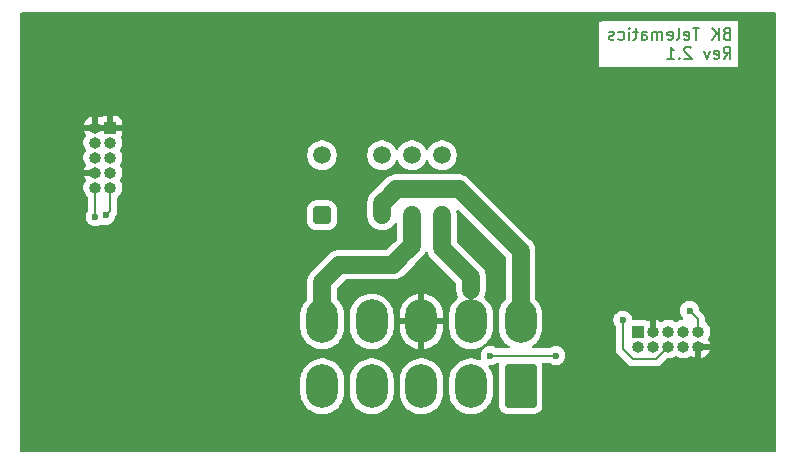
<source format=gbr>
%TF.GenerationSoftware,KiCad,Pcbnew,9.0.3*%
%TF.CreationDate,2025-07-22T11:40:28+03:00*%
%TF.ProjectId,mini_board_relay_analog,6d696e69-5f62-46f6-9172-645f72656c61,rev?*%
%TF.SameCoordinates,Original*%
%TF.FileFunction,Copper,L2,Bot*%
%TF.FilePolarity,Positive*%
%FSLAX46Y46*%
G04 Gerber Fmt 4.6, Leading zero omitted, Abs format (unit mm)*
G04 Created by KiCad (PCBNEW 9.0.3) date 2025-07-22 11:40:28*
%MOMM*%
%LPD*%
G01*
G04 APERTURE LIST*
G04 Aperture macros list*
%AMRoundRect*
0 Rectangle with rounded corners*
0 $1 Rounding radius*
0 $2 $3 $4 $5 $6 $7 $8 $9 X,Y pos of 4 corners*
0 Add a 4 corners polygon primitive as box body*
4,1,4,$2,$3,$4,$5,$6,$7,$8,$9,$2,$3,0*
0 Add four circle primitives for the rounded corners*
1,1,$1+$1,$2,$3*
1,1,$1+$1,$4,$5*
1,1,$1+$1,$6,$7*
1,1,$1+$1,$8,$9*
0 Add four rect primitives between the rounded corners*
20,1,$1+$1,$2,$3,$4,$5,0*
20,1,$1+$1,$4,$5,$6,$7,0*
20,1,$1+$1,$6,$7,$8,$9,0*
20,1,$1+$1,$8,$9,$2,$3,0*%
G04 Aperture macros list end*
%ADD10C,0.150000*%
%TA.AperFunction,NonConductor*%
%ADD11C,0.150000*%
%TD*%
%TA.AperFunction,ComponentPad*%
%ADD12R,1.000000X1.000000*%
%TD*%
%TA.AperFunction,ComponentPad*%
%ADD13O,1.000000X1.000000*%
%TD*%
%TA.AperFunction,ComponentPad*%
%ADD14RoundRect,0.250500X0.499500X-0.499500X0.499500X0.499500X-0.499500X0.499500X-0.499500X-0.499500X0*%
%TD*%
%TA.AperFunction,ComponentPad*%
%ADD15C,1.500000*%
%TD*%
%TA.AperFunction,ComponentPad*%
%ADD16RoundRect,0.250001X1.099999X1.599999X-1.099999X1.599999X-1.099999X-1.599999X1.099999X-1.599999X0*%
%TD*%
%TA.AperFunction,ComponentPad*%
%ADD17O,2.700000X3.700000*%
%TD*%
%TA.AperFunction,ViaPad*%
%ADD18C,0.600000*%
%TD*%
%TA.AperFunction,Conductor*%
%ADD19C,1.500000*%
%TD*%
%TA.AperFunction,Conductor*%
%ADD20C,0.200000*%
%TD*%
G04 APERTURE END LIST*
D10*
D11*
X154859887Y-87936065D02*
X154717030Y-87983684D01*
X154717030Y-87983684D02*
X154669411Y-88031303D01*
X154669411Y-88031303D02*
X154621792Y-88126541D01*
X154621792Y-88126541D02*
X154621792Y-88269398D01*
X154621792Y-88269398D02*
X154669411Y-88364636D01*
X154669411Y-88364636D02*
X154717030Y-88412256D01*
X154717030Y-88412256D02*
X154812268Y-88459875D01*
X154812268Y-88459875D02*
X155193220Y-88459875D01*
X155193220Y-88459875D02*
X155193220Y-87459875D01*
X155193220Y-87459875D02*
X154859887Y-87459875D01*
X154859887Y-87459875D02*
X154764649Y-87507494D01*
X154764649Y-87507494D02*
X154717030Y-87555113D01*
X154717030Y-87555113D02*
X154669411Y-87650351D01*
X154669411Y-87650351D02*
X154669411Y-87745589D01*
X154669411Y-87745589D02*
X154717030Y-87840827D01*
X154717030Y-87840827D02*
X154764649Y-87888446D01*
X154764649Y-87888446D02*
X154859887Y-87936065D01*
X154859887Y-87936065D02*
X155193220Y-87936065D01*
X154193220Y-88459875D02*
X154193220Y-87459875D01*
X153621792Y-88459875D02*
X154050363Y-87888446D01*
X153621792Y-87459875D02*
X154193220Y-88031303D01*
X152574172Y-87459875D02*
X152002744Y-87459875D01*
X152288458Y-88459875D02*
X152288458Y-87459875D01*
X151288458Y-88412256D02*
X151383696Y-88459875D01*
X151383696Y-88459875D02*
X151574172Y-88459875D01*
X151574172Y-88459875D02*
X151669410Y-88412256D01*
X151669410Y-88412256D02*
X151717029Y-88317017D01*
X151717029Y-88317017D02*
X151717029Y-87936065D01*
X151717029Y-87936065D02*
X151669410Y-87840827D01*
X151669410Y-87840827D02*
X151574172Y-87793208D01*
X151574172Y-87793208D02*
X151383696Y-87793208D01*
X151383696Y-87793208D02*
X151288458Y-87840827D01*
X151288458Y-87840827D02*
X151240839Y-87936065D01*
X151240839Y-87936065D02*
X151240839Y-88031303D01*
X151240839Y-88031303D02*
X151717029Y-88126541D01*
X150669410Y-88459875D02*
X150764648Y-88412256D01*
X150764648Y-88412256D02*
X150812267Y-88317017D01*
X150812267Y-88317017D02*
X150812267Y-87459875D01*
X149907505Y-88412256D02*
X150002743Y-88459875D01*
X150002743Y-88459875D02*
X150193219Y-88459875D01*
X150193219Y-88459875D02*
X150288457Y-88412256D01*
X150288457Y-88412256D02*
X150336076Y-88317017D01*
X150336076Y-88317017D02*
X150336076Y-87936065D01*
X150336076Y-87936065D02*
X150288457Y-87840827D01*
X150288457Y-87840827D02*
X150193219Y-87793208D01*
X150193219Y-87793208D02*
X150002743Y-87793208D01*
X150002743Y-87793208D02*
X149907505Y-87840827D01*
X149907505Y-87840827D02*
X149859886Y-87936065D01*
X149859886Y-87936065D02*
X149859886Y-88031303D01*
X149859886Y-88031303D02*
X150336076Y-88126541D01*
X149431314Y-88459875D02*
X149431314Y-87793208D01*
X149431314Y-87888446D02*
X149383695Y-87840827D01*
X149383695Y-87840827D02*
X149288457Y-87793208D01*
X149288457Y-87793208D02*
X149145600Y-87793208D01*
X149145600Y-87793208D02*
X149050362Y-87840827D01*
X149050362Y-87840827D02*
X149002743Y-87936065D01*
X149002743Y-87936065D02*
X149002743Y-88459875D01*
X149002743Y-87936065D02*
X148955124Y-87840827D01*
X148955124Y-87840827D02*
X148859886Y-87793208D01*
X148859886Y-87793208D02*
X148717029Y-87793208D01*
X148717029Y-87793208D02*
X148621790Y-87840827D01*
X148621790Y-87840827D02*
X148574171Y-87936065D01*
X148574171Y-87936065D02*
X148574171Y-88459875D01*
X147669410Y-88459875D02*
X147669410Y-87936065D01*
X147669410Y-87936065D02*
X147717029Y-87840827D01*
X147717029Y-87840827D02*
X147812267Y-87793208D01*
X147812267Y-87793208D02*
X148002743Y-87793208D01*
X148002743Y-87793208D02*
X148097981Y-87840827D01*
X147669410Y-88412256D02*
X147764648Y-88459875D01*
X147764648Y-88459875D02*
X148002743Y-88459875D01*
X148002743Y-88459875D02*
X148097981Y-88412256D01*
X148097981Y-88412256D02*
X148145600Y-88317017D01*
X148145600Y-88317017D02*
X148145600Y-88221779D01*
X148145600Y-88221779D02*
X148097981Y-88126541D01*
X148097981Y-88126541D02*
X148002743Y-88078922D01*
X148002743Y-88078922D02*
X147764648Y-88078922D01*
X147764648Y-88078922D02*
X147669410Y-88031303D01*
X147336076Y-87793208D02*
X146955124Y-87793208D01*
X147193219Y-87459875D02*
X147193219Y-88317017D01*
X147193219Y-88317017D02*
X147145600Y-88412256D01*
X147145600Y-88412256D02*
X147050362Y-88459875D01*
X147050362Y-88459875D02*
X146955124Y-88459875D01*
X146621790Y-88459875D02*
X146621790Y-87793208D01*
X146621790Y-87459875D02*
X146669409Y-87507494D01*
X146669409Y-87507494D02*
X146621790Y-87555113D01*
X146621790Y-87555113D02*
X146574171Y-87507494D01*
X146574171Y-87507494D02*
X146621790Y-87459875D01*
X146621790Y-87459875D02*
X146621790Y-87555113D01*
X145717029Y-88412256D02*
X145812267Y-88459875D01*
X145812267Y-88459875D02*
X146002743Y-88459875D01*
X146002743Y-88459875D02*
X146097981Y-88412256D01*
X146097981Y-88412256D02*
X146145600Y-88364636D01*
X146145600Y-88364636D02*
X146193219Y-88269398D01*
X146193219Y-88269398D02*
X146193219Y-87983684D01*
X146193219Y-87983684D02*
X146145600Y-87888446D01*
X146145600Y-87888446D02*
X146097981Y-87840827D01*
X146097981Y-87840827D02*
X146002743Y-87793208D01*
X146002743Y-87793208D02*
X145812267Y-87793208D01*
X145812267Y-87793208D02*
X145717029Y-87840827D01*
X145336076Y-88412256D02*
X145240838Y-88459875D01*
X145240838Y-88459875D02*
X145050362Y-88459875D01*
X145050362Y-88459875D02*
X144955124Y-88412256D01*
X144955124Y-88412256D02*
X144907505Y-88317017D01*
X144907505Y-88317017D02*
X144907505Y-88269398D01*
X144907505Y-88269398D02*
X144955124Y-88174160D01*
X144955124Y-88174160D02*
X145050362Y-88126541D01*
X145050362Y-88126541D02*
X145193219Y-88126541D01*
X145193219Y-88126541D02*
X145288457Y-88078922D01*
X145288457Y-88078922D02*
X145336076Y-87983684D01*
X145336076Y-87983684D02*
X145336076Y-87936065D01*
X145336076Y-87936065D02*
X145288457Y-87840827D01*
X145288457Y-87840827D02*
X145193219Y-87793208D01*
X145193219Y-87793208D02*
X145050362Y-87793208D01*
X145050362Y-87793208D02*
X144955124Y-87840827D01*
X154621792Y-90069819D02*
X154955125Y-89593628D01*
X155193220Y-90069819D02*
X155193220Y-89069819D01*
X155193220Y-89069819D02*
X154812268Y-89069819D01*
X154812268Y-89069819D02*
X154717030Y-89117438D01*
X154717030Y-89117438D02*
X154669411Y-89165057D01*
X154669411Y-89165057D02*
X154621792Y-89260295D01*
X154621792Y-89260295D02*
X154621792Y-89403152D01*
X154621792Y-89403152D02*
X154669411Y-89498390D01*
X154669411Y-89498390D02*
X154717030Y-89546009D01*
X154717030Y-89546009D02*
X154812268Y-89593628D01*
X154812268Y-89593628D02*
X155193220Y-89593628D01*
X153812268Y-90022200D02*
X153907506Y-90069819D01*
X153907506Y-90069819D02*
X154097982Y-90069819D01*
X154097982Y-90069819D02*
X154193220Y-90022200D01*
X154193220Y-90022200D02*
X154240839Y-89926961D01*
X154240839Y-89926961D02*
X154240839Y-89546009D01*
X154240839Y-89546009D02*
X154193220Y-89450771D01*
X154193220Y-89450771D02*
X154097982Y-89403152D01*
X154097982Y-89403152D02*
X153907506Y-89403152D01*
X153907506Y-89403152D02*
X153812268Y-89450771D01*
X153812268Y-89450771D02*
X153764649Y-89546009D01*
X153764649Y-89546009D02*
X153764649Y-89641247D01*
X153764649Y-89641247D02*
X154240839Y-89736485D01*
X153431315Y-89403152D02*
X153193220Y-90069819D01*
X153193220Y-90069819D02*
X152955125Y-89403152D01*
X151859886Y-89165057D02*
X151812267Y-89117438D01*
X151812267Y-89117438D02*
X151717029Y-89069819D01*
X151717029Y-89069819D02*
X151478934Y-89069819D01*
X151478934Y-89069819D02*
X151383696Y-89117438D01*
X151383696Y-89117438D02*
X151336077Y-89165057D01*
X151336077Y-89165057D02*
X151288458Y-89260295D01*
X151288458Y-89260295D02*
X151288458Y-89355533D01*
X151288458Y-89355533D02*
X151336077Y-89498390D01*
X151336077Y-89498390D02*
X151907505Y-90069819D01*
X151907505Y-90069819D02*
X151288458Y-90069819D01*
X150859886Y-89974580D02*
X150812267Y-90022200D01*
X150812267Y-90022200D02*
X150859886Y-90069819D01*
X150859886Y-90069819D02*
X150907505Y-90022200D01*
X150907505Y-90022200D02*
X150859886Y-89974580D01*
X150859886Y-89974580D02*
X150859886Y-90069819D01*
X149859887Y-90069819D02*
X150431315Y-90069819D01*
X150145601Y-90069819D02*
X150145601Y-89069819D01*
X150145601Y-89069819D02*
X150240839Y-89212676D01*
X150240839Y-89212676D02*
X150336077Y-89307914D01*
X150336077Y-89307914D02*
X150431315Y-89355533D01*
D12*
%TO.P,J2,1,Pin_1*%
%TO.N,GND*%
X102694000Y-95908000D03*
D13*
%TO.P,J2,2,Pin_2*%
X101424000Y-95908000D03*
%TO.P,J2,3,Pin_3*%
%TO.N,/AD0{slash}PA17*%
X102694000Y-97178000D03*
%TO.P,J2,4,Pin_4*%
%TO.N,EXT_PWR*%
X101424000Y-97178000D03*
%TO.P,J2,5,Pin_5*%
%TO.N,/PA16*%
X102694000Y-98448000D03*
%TO.P,J2,6,Pin_6*%
%TO.N,VSYS*%
X101424000Y-98448000D03*
%TO.P,J2,7,Pin_7*%
%TO.N,/PA15*%
X102694000Y-99718000D03*
%TO.P,J2,8,Pin_8*%
%TO.N,GND*%
X101424000Y-99718000D03*
%TO.P,J2,9,Pin_9*%
%TO.N,/PB3{slash}UTXD1*%
X102694000Y-100988000D03*
%TO.P,J2,10,Pin_10*%
%TO.N,/PB2{slash}URXD1*%
X101424000Y-100988000D03*
%TD*%
D14*
%TO.P,U2,1*%
%TO.N,VSYS*%
X120620000Y-103320000D03*
D15*
%TO.P,U2,3*%
%TO.N,/NC2*%
X125700000Y-103320000D03*
%TO.P,U2,4*%
%TO.N,/COM2*%
X128240000Y-103320000D03*
%TO.P,U2,5*%
%TO.N,/NO2*%
X130780000Y-103320000D03*
%TO.P,U2,8*%
%TO.N,/NO1*%
X130780000Y-98240000D03*
%TO.P,U2,9*%
%TO.N,/COM1*%
X128240000Y-98240000D03*
%TO.P,U2,10*%
%TO.N,/NC1*%
X125700000Y-98240000D03*
%TO.P,U2,12*%
%TO.N,Net-(D2-A)*%
X120620000Y-98240000D03*
%TD*%
D16*
%TO.P,J3,1,Pin_1*%
%TO.N,/ANALOG1*%
X137435000Y-117800000D03*
D17*
%TO.P,J3,2,Pin_2*%
%TO.N,/ANALOG2*%
X133235000Y-117800000D03*
%TO.P,J3,3,Pin_3*%
%TO.N,+3.3V_OUT*%
X129035000Y-117800000D03*
%TO.P,J3,4,Pin_4*%
%TO.N,/RX*%
X124835000Y-117800000D03*
%TO.P,J3,5,Pin_5*%
%TO.N,/ANALOG3*%
X120635000Y-117800000D03*
%TO.P,J3,6,Pin_6*%
%TO.N,/NC2*%
X137435000Y-112300000D03*
%TO.P,J3,7,Pin_7*%
%TO.N,/NO2*%
X133235000Y-112300000D03*
%TO.P,J3,8,Pin_8*%
%TO.N,GND*%
X129035000Y-112300000D03*
%TO.P,J3,9,Pin_9*%
%TO.N,/TX*%
X124835000Y-112300000D03*
%TO.P,J3,10,Pin_10*%
%TO.N,/COM2*%
X120635000Y-112300000D03*
%TD*%
D12*
%TO.P,J1,1,Pin_1*%
%TO.N,/ERASE*%
X147399000Y-113180000D03*
D13*
%TO.P,J1,2,Pin_2*%
%TO.N,+3.3V*%
X147399000Y-114450000D03*
%TO.P,J1,3,Pin_3*%
%TO.N,GND*%
X148669000Y-113180000D03*
%TO.P,J1,4,Pin_4*%
%TO.N,unconnected-(J1-Pin_4-Pad4)*%
X148669000Y-114450000D03*
%TO.P,J1,5,Pin_5*%
%TO.N,unconnected-(J1-Pin_5-Pad5)*%
X149939000Y-113180000D03*
%TO.P,J1,6,Pin_6*%
%TO.N,/AD3{slash}PA20*%
X149939000Y-114450000D03*
%TO.P,J1,7,Pin_7*%
%TO.N,/AD2{slash}PA19*%
X151209000Y-113180000D03*
%TO.P,J1,8,Pin_8*%
%TO.N,+3.3V*%
X151209000Y-114450000D03*
%TO.P,J1,9,Pin_9*%
%TO.N,/AD1{slash}PA18*%
X152479000Y-113180000D03*
%TO.P,J1,10,Pin_10*%
%TO.N,GND*%
X152479000Y-114450000D03*
%TD*%
D18*
%TO.N,/NC2*%
X137435000Y-108860000D03*
X137435000Y-106520000D03*
X133630000Y-102560000D03*
X131130000Y-101120000D03*
X128250000Y-101120000D03*
X126250000Y-101760000D03*
X135655000Y-104585000D03*
%TO.N,/NO2*%
X133235000Y-109640000D03*
X132045000Y-107355000D03*
X130780000Y-105180000D03*
%TO.N,/COM2*%
X120635000Y-110140000D03*
X121400000Y-108200000D03*
X125360000Y-107560000D03*
X127505000Y-106645000D03*
X128240000Y-104480000D03*
%TO.N,GND*%
X134874000Y-87122000D03*
X129000000Y-94250000D03*
X146750000Y-100000000D03*
X127500000Y-95750000D03*
X115360000Y-104580000D03*
X112750000Y-106750000D03*
X133096000Y-122682000D03*
X153416000Y-122682000D03*
X152000000Y-119500000D03*
X139954000Y-87122000D03*
X112776000Y-122682000D03*
X106940000Y-90500000D03*
X147960000Y-92620000D03*
X157988000Y-89408000D03*
X155956000Y-122682000D03*
X117856000Y-122682000D03*
X119640000Y-90500000D03*
X149690000Y-94620000D03*
X105750000Y-110000000D03*
X150500000Y-91500000D03*
X145570000Y-97930000D03*
X101860000Y-90500000D03*
X114554000Y-87122000D03*
X144750000Y-118250000D03*
X112020000Y-90500000D03*
X125500000Y-95750000D03*
X149830000Y-105950000D03*
X96266000Y-119380000D03*
X119634000Y-87122000D03*
X124720000Y-90500000D03*
X153500000Y-106500000D03*
X145796000Y-122682000D03*
X96266000Y-116840000D03*
X98500000Y-115420000D03*
X110000000Y-99000000D03*
X122936000Y-122682000D03*
X142580000Y-114170000D03*
X142140000Y-115990000D03*
X139960000Y-90500000D03*
X152000000Y-116500000D03*
X109250000Y-94250000D03*
X96266000Y-109220000D03*
X101750000Y-120750000D03*
X114000000Y-116750000D03*
X116500000Y-94250000D03*
X110236000Y-122682000D03*
X125476000Y-122682000D03*
X157988000Y-112268000D03*
X103250000Y-106500000D03*
X157988000Y-109728000D03*
X115316000Y-122682000D03*
X137420000Y-90500000D03*
X96266000Y-101600000D03*
X132250000Y-94250000D03*
X114560000Y-90500000D03*
X134000000Y-95750000D03*
X96266000Y-88900000D03*
X143256000Y-122682000D03*
X117750000Y-95750000D03*
X153500000Y-109000000D03*
X122500000Y-94250000D03*
X109250000Y-113000000D03*
X138500000Y-94250000D03*
X132334000Y-87122000D03*
X129800000Y-90500000D03*
X138750000Y-95750000D03*
X157988000Y-104648000D03*
X101500000Y-115920000D03*
X116500000Y-115500000D03*
X135636000Y-122682000D03*
X140250000Y-117750000D03*
X116500000Y-119000000D03*
X101500000Y-110840000D03*
X132340000Y-90500000D03*
X142450000Y-122110000D03*
X153260000Y-99990000D03*
X107750000Y-95750000D03*
X150790000Y-107940000D03*
X116030000Y-97690000D03*
X110000000Y-101000000D03*
X100330000Y-122682000D03*
X101500000Y-118460000D03*
X114500000Y-113000000D03*
X157988000Y-122428000D03*
X130556000Y-122682000D03*
X142494000Y-87122000D03*
X131500000Y-95750000D03*
X125000000Y-94250000D03*
X129794000Y-87122000D03*
X99314000Y-87122000D03*
X117100000Y-90500000D03*
X96266000Y-121920000D03*
X111500000Y-113000000D03*
X96266000Y-96520000D03*
X112190000Y-99170000D03*
X96266000Y-114300000D03*
X133620000Y-100110000D03*
X129500000Y-95750000D03*
X127254000Y-87122000D03*
X157988000Y-97028000D03*
X97790000Y-122682000D03*
X110750000Y-95750000D03*
X114030000Y-99500000D03*
X122750000Y-99750000D03*
X120500000Y-95750000D03*
X157734000Y-87122000D03*
X147200000Y-121300000D03*
X144250000Y-100000000D03*
X120396000Y-122682000D03*
X114000000Y-115500000D03*
X109474000Y-87122000D03*
X157988000Y-94488000D03*
X153250000Y-103250000D03*
X145500000Y-100000000D03*
X155000000Y-91750000D03*
X107500000Y-111500000D03*
X96266000Y-93980000D03*
X110500000Y-97500000D03*
X157988000Y-119888000D03*
X148336000Y-122682000D03*
X109500000Y-107000000D03*
X119750000Y-94250000D03*
X139440000Y-102460000D03*
X138176000Y-122682000D03*
X135250000Y-94250000D03*
X157988000Y-99568000D03*
X142500000Y-90500000D03*
X136250000Y-95750000D03*
X142750000Y-97250000D03*
X116750000Y-113250000D03*
X102870000Y-122682000D03*
X140716000Y-122682000D03*
X103250000Y-105000000D03*
X101854000Y-87122000D03*
X157988000Y-91948000D03*
X104400000Y-90500000D03*
X96266000Y-104140000D03*
X127260000Y-90500000D03*
X107500000Y-101250000D03*
X150876000Y-122682000D03*
X96266000Y-111760000D03*
X96266000Y-106680000D03*
X145580000Y-106730000D03*
X106250000Y-97500000D03*
X98500000Y-110340000D03*
X96266000Y-91440000D03*
X157988000Y-114808000D03*
X141590000Y-95760000D03*
X141700000Y-93460000D03*
X123250000Y-95750000D03*
X149350000Y-110110000D03*
X99320000Y-90500000D03*
X139440000Y-103840000D03*
X96266000Y-99060000D03*
X107500000Y-99000000D03*
X105480000Y-115360000D03*
X104500000Y-99000000D03*
X104500000Y-101250000D03*
X112014000Y-87122000D03*
X106000000Y-95000000D03*
X151580000Y-98190000D03*
X128016000Y-122682000D03*
X114750000Y-94250000D03*
X117094000Y-87122000D03*
X98500000Y-120500000D03*
X157988000Y-117348000D03*
X153000000Y-91750000D03*
X104000000Y-108250000D03*
X107950000Y-122682000D03*
X127000000Y-116000000D03*
X109480000Y-90500000D03*
X106934000Y-87122000D03*
X134880000Y-90500000D03*
X104394000Y-87122000D03*
X98500000Y-112880000D03*
X96774000Y-87122000D03*
X105410000Y-122682000D03*
X127000000Y-120250000D03*
X157988000Y-102108000D03*
X122174000Y-87122000D03*
X124714000Y-87122000D03*
X137414000Y-87122000D03*
X145570000Y-95720000D03*
X98500000Y-117960000D03*
X157988000Y-107188000D03*
X101500000Y-113380000D03*
X113000000Y-110000000D03*
X146500000Y-95250000D03*
X142910000Y-108880000D03*
X122180000Y-90500000D03*
%TO.N,/PB3{slash}UTXD1*%
X102290000Y-103340000D03*
%TO.N,/PB2{slash}URXD1*%
X101430000Y-103470000D03*
%TO.N,/AD3{slash}PA20*%
X146090000Y-112190000D03*
%TO.N,/AD1{slash}PA18*%
X151740000Y-111390000D03*
%TO.N,/ANALOG3*%
X140430000Y-115200000D03*
X134860000Y-115200000D03*
%TD*%
D19*
%TO.N,/NC2*%
X137435000Y-106520000D02*
X137435000Y-106355000D01*
X126890000Y-101120000D02*
X132200000Y-101120000D01*
X132200000Y-101120000D02*
X136680000Y-105600000D01*
X126250000Y-101760000D02*
X126890000Y-101120000D01*
X125700000Y-102310000D02*
X126180000Y-101830000D01*
X125700000Y-103320000D02*
X125700000Y-102310000D01*
X137435000Y-106355000D02*
X136680000Y-105600000D01*
X137435000Y-112300000D02*
X137435000Y-106520000D01*
%TO.N,/NO2*%
X132045000Y-107355000D02*
X133235000Y-108545000D01*
X130780000Y-105180000D02*
X130780000Y-106090000D01*
X133235000Y-108545000D02*
X133235000Y-109640000D01*
X130780000Y-106090000D02*
X132045000Y-107355000D01*
X130780000Y-103320000D02*
X130780000Y-105180000D01*
%TO.N,/COM2*%
X126640000Y-107510000D02*
X127505000Y-106645000D01*
X124470000Y-107510000D02*
X126640000Y-107510000D01*
X124470000Y-107510000D02*
X125310000Y-107510000D01*
X120635000Y-108965000D02*
X121400000Y-108200000D01*
X120635000Y-112300000D02*
X120635000Y-108965000D01*
X122090000Y-107510000D02*
X124470000Y-107510000D01*
X121400000Y-108200000D02*
X122090000Y-107510000D01*
X120635000Y-108965000D02*
X120635000Y-110140000D01*
X125410000Y-107510000D02*
X126640000Y-107510000D01*
X127505000Y-106645000D02*
X128240000Y-105910000D01*
X128240000Y-105910000D02*
X128240000Y-104480000D01*
X120635000Y-110140000D02*
X120635000Y-112300000D01*
X128240000Y-103320000D02*
X128240000Y-104480000D01*
D20*
%TO.N,/PB3{slash}UTXD1*%
X102694000Y-100988000D02*
X102694000Y-102936000D01*
X102694000Y-102936000D02*
X102290000Y-103340000D01*
%TO.N,/PB2{slash}URXD1*%
X101424000Y-100988000D02*
X101424000Y-103464000D01*
X101424000Y-103464000D02*
X101430000Y-103470000D01*
%TO.N,/AD3{slash}PA20*%
X148869000Y-115520000D02*
X149939000Y-114450000D01*
X146980000Y-115520000D02*
X148869000Y-115520000D01*
X146090000Y-112190000D02*
X146090000Y-114630000D01*
X146090000Y-114630000D02*
X146980000Y-115520000D01*
%TO.N,/AD1{slash}PA18*%
X151740000Y-111390000D02*
X152479000Y-112129000D01*
X152479000Y-112129000D02*
X152479000Y-113180000D01*
D19*
%TO.N,/NC2*%
X137310000Y-112175000D02*
X137435000Y-112300000D01*
D20*
%TO.N,/ANALOG3*%
X140430000Y-115200000D02*
X134860000Y-115200000D01*
%TD*%
%TA.AperFunction,Conductor*%
%TO.N,GND*%
G36*
X159002539Y-86170185D02*
G01*
X159048294Y-86222989D01*
X159059500Y-86274500D01*
X159059500Y-123225500D01*
X159039815Y-123292539D01*
X158987011Y-123338294D01*
X158935500Y-123349500D01*
X95184500Y-123349500D01*
X95117461Y-123329815D01*
X95071706Y-123277011D01*
X95060500Y-123225500D01*
X95060500Y-117178711D01*
X118784500Y-117178711D01*
X118784500Y-118421288D01*
X118816161Y-118661785D01*
X118878947Y-118896104D01*
X118971773Y-119120205D01*
X118971776Y-119120212D01*
X119093064Y-119330289D01*
X119093066Y-119330292D01*
X119093067Y-119330293D01*
X119240733Y-119522736D01*
X119240739Y-119522743D01*
X119412256Y-119694260D01*
X119412263Y-119694266D01*
X119525321Y-119781018D01*
X119604711Y-119841936D01*
X119814788Y-119963224D01*
X120038900Y-120056054D01*
X120273211Y-120118838D01*
X120433940Y-120139998D01*
X120513711Y-120150500D01*
X120513712Y-120150500D01*
X120756289Y-120150500D01*
X120836052Y-120139999D01*
X120996789Y-120118838D01*
X121231100Y-120056054D01*
X121455212Y-119963224D01*
X121665289Y-119841936D01*
X121857738Y-119694265D01*
X122029265Y-119522738D01*
X122176936Y-119330289D01*
X122298224Y-119120212D01*
X122391054Y-118896100D01*
X122453838Y-118661789D01*
X122485500Y-118421288D01*
X122485500Y-117178712D01*
X122485500Y-117178711D01*
X122984500Y-117178711D01*
X122984500Y-118421288D01*
X123016161Y-118661785D01*
X123078947Y-118896104D01*
X123171773Y-119120205D01*
X123171776Y-119120212D01*
X123293064Y-119330289D01*
X123293066Y-119330292D01*
X123293067Y-119330293D01*
X123440733Y-119522736D01*
X123440739Y-119522743D01*
X123612256Y-119694260D01*
X123612263Y-119694266D01*
X123725321Y-119781018D01*
X123804711Y-119841936D01*
X124014788Y-119963224D01*
X124238900Y-120056054D01*
X124473211Y-120118838D01*
X124633940Y-120139998D01*
X124713711Y-120150500D01*
X124713712Y-120150500D01*
X124956289Y-120150500D01*
X125036052Y-120139999D01*
X125196789Y-120118838D01*
X125431100Y-120056054D01*
X125655212Y-119963224D01*
X125865289Y-119841936D01*
X126057738Y-119694265D01*
X126229265Y-119522738D01*
X126376936Y-119330289D01*
X126498224Y-119120212D01*
X126591054Y-118896100D01*
X126653838Y-118661789D01*
X126685500Y-118421288D01*
X126685500Y-117178712D01*
X126685500Y-117178711D01*
X127184500Y-117178711D01*
X127184500Y-118421288D01*
X127216161Y-118661785D01*
X127278947Y-118896104D01*
X127371773Y-119120205D01*
X127371776Y-119120212D01*
X127493064Y-119330289D01*
X127493066Y-119330292D01*
X127493067Y-119330293D01*
X127640733Y-119522736D01*
X127640739Y-119522743D01*
X127812256Y-119694260D01*
X127812263Y-119694266D01*
X127925321Y-119781018D01*
X128004711Y-119841936D01*
X128214788Y-119963224D01*
X128438900Y-120056054D01*
X128673211Y-120118838D01*
X128833940Y-120139998D01*
X128913711Y-120150500D01*
X128913712Y-120150500D01*
X129156289Y-120150500D01*
X129236052Y-120139999D01*
X129396789Y-120118838D01*
X129631100Y-120056054D01*
X129855212Y-119963224D01*
X130065289Y-119841936D01*
X130257738Y-119694265D01*
X130429265Y-119522738D01*
X130576936Y-119330289D01*
X130698224Y-119120212D01*
X130791054Y-118896100D01*
X130853838Y-118661789D01*
X130885500Y-118421288D01*
X130885500Y-117178712D01*
X130853838Y-116938211D01*
X130791054Y-116703900D01*
X130698224Y-116479788D01*
X130576936Y-116269711D01*
X130485073Y-116149992D01*
X130429266Y-116077263D01*
X130429260Y-116077256D01*
X130257743Y-115905739D01*
X130257736Y-115905733D01*
X130065293Y-115758067D01*
X130065292Y-115758066D01*
X130065289Y-115758064D01*
X129855212Y-115636776D01*
X129855205Y-115636773D01*
X129631104Y-115543947D01*
X129396785Y-115481161D01*
X129156289Y-115449500D01*
X129156288Y-115449500D01*
X128913712Y-115449500D01*
X128913711Y-115449500D01*
X128673214Y-115481161D01*
X128438895Y-115543947D01*
X128214794Y-115636773D01*
X128214785Y-115636777D01*
X128004706Y-115758067D01*
X127812263Y-115905733D01*
X127812256Y-115905739D01*
X127640739Y-116077256D01*
X127640733Y-116077263D01*
X127493067Y-116269706D01*
X127371777Y-116479785D01*
X127371773Y-116479794D01*
X127278947Y-116703895D01*
X127216161Y-116938214D01*
X127184500Y-117178711D01*
X126685500Y-117178711D01*
X126653838Y-116938211D01*
X126591054Y-116703900D01*
X126498224Y-116479788D01*
X126376936Y-116269711D01*
X126285073Y-116149992D01*
X126229266Y-116077263D01*
X126229260Y-116077256D01*
X126057743Y-115905739D01*
X126057736Y-115905733D01*
X125865293Y-115758067D01*
X125865292Y-115758066D01*
X125865289Y-115758064D01*
X125655212Y-115636776D01*
X125655205Y-115636773D01*
X125431104Y-115543947D01*
X125196785Y-115481161D01*
X124956289Y-115449500D01*
X124956288Y-115449500D01*
X124713712Y-115449500D01*
X124713711Y-115449500D01*
X124473214Y-115481161D01*
X124238895Y-115543947D01*
X124014794Y-115636773D01*
X124014785Y-115636777D01*
X123804706Y-115758067D01*
X123612263Y-115905733D01*
X123612256Y-115905739D01*
X123440739Y-116077256D01*
X123440733Y-116077263D01*
X123293067Y-116269706D01*
X123171777Y-116479785D01*
X123171773Y-116479794D01*
X123078947Y-116703895D01*
X123016161Y-116938214D01*
X122984500Y-117178711D01*
X122485500Y-117178711D01*
X122453838Y-116938211D01*
X122391054Y-116703900D01*
X122298224Y-116479788D01*
X122176936Y-116269711D01*
X122085073Y-116149992D01*
X122029266Y-116077263D01*
X122029260Y-116077256D01*
X121857743Y-115905739D01*
X121857736Y-115905733D01*
X121665293Y-115758067D01*
X121665292Y-115758066D01*
X121665289Y-115758064D01*
X121455212Y-115636776D01*
X121455205Y-115636773D01*
X121231104Y-115543947D01*
X120996785Y-115481161D01*
X120756289Y-115449500D01*
X120756288Y-115449500D01*
X120513712Y-115449500D01*
X120513711Y-115449500D01*
X120273214Y-115481161D01*
X120038895Y-115543947D01*
X119814794Y-115636773D01*
X119814785Y-115636777D01*
X119604706Y-115758067D01*
X119412263Y-115905733D01*
X119412256Y-115905739D01*
X119240739Y-116077256D01*
X119240733Y-116077263D01*
X119093067Y-116269706D01*
X118971777Y-116479785D01*
X118971773Y-116479794D01*
X118878947Y-116703895D01*
X118816161Y-116938214D01*
X118784500Y-117178711D01*
X95060500Y-117178711D01*
X95060500Y-111678711D01*
X118784500Y-111678711D01*
X118784500Y-112921288D01*
X118816161Y-113161785D01*
X118878947Y-113396104D01*
X118924529Y-113506148D01*
X118971776Y-113620212D01*
X119093064Y-113830289D01*
X119093066Y-113830292D01*
X119093067Y-113830293D01*
X119240733Y-114022736D01*
X119240739Y-114022743D01*
X119412256Y-114194260D01*
X119412262Y-114194265D01*
X119604711Y-114341936D01*
X119814788Y-114463224D01*
X120038900Y-114556054D01*
X120273211Y-114618838D01*
X120453586Y-114642584D01*
X120513711Y-114650500D01*
X120513712Y-114650500D01*
X120756289Y-114650500D01*
X120804388Y-114644167D01*
X120996789Y-114618838D01*
X121231100Y-114556054D01*
X121455212Y-114463224D01*
X121665289Y-114341936D01*
X121857738Y-114194265D01*
X122029265Y-114022738D01*
X122176936Y-113830289D01*
X122298224Y-113620212D01*
X122391054Y-113396100D01*
X122453838Y-113161789D01*
X122485500Y-112921288D01*
X122485500Y-111678712D01*
X122485500Y-111678711D01*
X122984500Y-111678711D01*
X122984500Y-112921288D01*
X123016161Y-113161785D01*
X123078947Y-113396104D01*
X123124529Y-113506148D01*
X123171776Y-113620212D01*
X123293064Y-113830289D01*
X123293066Y-113830292D01*
X123293067Y-113830293D01*
X123440733Y-114022736D01*
X123440739Y-114022743D01*
X123612256Y-114194260D01*
X123612262Y-114194265D01*
X123804711Y-114341936D01*
X124014788Y-114463224D01*
X124238900Y-114556054D01*
X124473211Y-114618838D01*
X124653586Y-114642584D01*
X124713711Y-114650500D01*
X124713712Y-114650500D01*
X124956289Y-114650500D01*
X125004388Y-114644167D01*
X125196789Y-114618838D01*
X125431100Y-114556054D01*
X125655212Y-114463224D01*
X125865289Y-114341936D01*
X126057738Y-114194265D01*
X126229265Y-114022738D01*
X126376936Y-113830289D01*
X126498224Y-113620212D01*
X126591054Y-113396100D01*
X126653838Y-113161789D01*
X126685500Y-112921288D01*
X126685500Y-111678751D01*
X127185000Y-111678751D01*
X127185000Y-112050000D01*
X128167096Y-112050000D01*
X128135000Y-112211358D01*
X128135000Y-112388642D01*
X128167096Y-112550000D01*
X127185000Y-112550000D01*
X127185000Y-112921248D01*
X127185001Y-112921264D01*
X127216653Y-113161687D01*
X127279421Y-113395939D01*
X127372220Y-113619978D01*
X127372227Y-113619993D01*
X127493480Y-113830009D01*
X127641110Y-114022405D01*
X127641116Y-114022412D01*
X127812587Y-114193883D01*
X127812594Y-114193889D01*
X128004990Y-114341519D01*
X128215006Y-114462772D01*
X128215021Y-114462779D01*
X128439060Y-114555578D01*
X128673312Y-114618346D01*
X128785000Y-114633049D01*
X128785000Y-113167904D01*
X128946358Y-113200000D01*
X129123642Y-113200000D01*
X129285000Y-113167904D01*
X129285000Y-114633048D01*
X129396687Y-114618346D01*
X129630939Y-114555578D01*
X129854978Y-114462779D01*
X129854993Y-114462772D01*
X130065009Y-114341519D01*
X130257405Y-114193889D01*
X130257412Y-114193883D01*
X130428883Y-114022412D01*
X130428889Y-114022405D01*
X130576519Y-113830009D01*
X130697772Y-113619993D01*
X130697779Y-113619978D01*
X130790578Y-113395939D01*
X130853346Y-113161687D01*
X130884998Y-112921264D01*
X130885000Y-112921248D01*
X130885000Y-112550000D01*
X129902904Y-112550000D01*
X129935000Y-112388642D01*
X129935000Y-112211358D01*
X129902904Y-112050000D01*
X130885000Y-112050000D01*
X130885000Y-111678751D01*
X130884998Y-111678735D01*
X130853346Y-111438312D01*
X130790578Y-111204060D01*
X130697779Y-110980021D01*
X130697772Y-110980006D01*
X130576519Y-110769990D01*
X130428889Y-110577594D01*
X130428883Y-110577587D01*
X130257412Y-110406116D01*
X130257405Y-110406110D01*
X130065009Y-110258480D01*
X129854993Y-110137227D01*
X129854978Y-110137220D01*
X129630939Y-110044421D01*
X129396687Y-109981653D01*
X129285000Y-109966948D01*
X129285000Y-111432095D01*
X129123642Y-111400000D01*
X128946358Y-111400000D01*
X128785000Y-111432095D01*
X128785000Y-109966948D01*
X128784999Y-109966948D01*
X128673312Y-109981653D01*
X128439060Y-110044421D01*
X128215021Y-110137220D01*
X128215006Y-110137227D01*
X128004990Y-110258480D01*
X127812594Y-110406110D01*
X127812587Y-110406116D01*
X127641116Y-110577587D01*
X127641110Y-110577594D01*
X127493480Y-110769990D01*
X127372227Y-110980006D01*
X127372220Y-110980021D01*
X127279421Y-111204060D01*
X127216653Y-111438312D01*
X127185001Y-111678735D01*
X127185000Y-111678751D01*
X126685500Y-111678751D01*
X126685500Y-111678712D01*
X126680948Y-111644139D01*
X126670953Y-111568213D01*
X126653838Y-111438211D01*
X126591054Y-111203900D01*
X126498224Y-110979788D01*
X126376936Y-110769711D01*
X126229520Y-110577594D01*
X126229266Y-110577263D01*
X126229260Y-110577256D01*
X126057743Y-110405739D01*
X126057736Y-110405733D01*
X125865293Y-110258067D01*
X125865292Y-110258066D01*
X125865289Y-110258064D01*
X125655212Y-110136776D01*
X125655205Y-110136773D01*
X125431104Y-110043947D01*
X125196785Y-109981161D01*
X124956289Y-109949500D01*
X124956288Y-109949500D01*
X124713712Y-109949500D01*
X124713711Y-109949500D01*
X124473214Y-109981161D01*
X124238895Y-110043947D01*
X124014794Y-110136773D01*
X124014785Y-110136777D01*
X123804706Y-110258067D01*
X123612263Y-110405733D01*
X123612256Y-110405739D01*
X123440739Y-110577256D01*
X123440733Y-110577263D01*
X123293067Y-110769706D01*
X123171777Y-110979785D01*
X123171773Y-110979794D01*
X123078947Y-111203895D01*
X123016161Y-111438214D01*
X122984500Y-111678711D01*
X122485500Y-111678711D01*
X122480948Y-111644139D01*
X122470953Y-111568213D01*
X122453838Y-111438211D01*
X122391054Y-111203900D01*
X122298224Y-110979788D01*
X122176936Y-110769711D01*
X122029520Y-110577594D01*
X122029266Y-110577263D01*
X122029260Y-110577256D01*
X121921819Y-110469815D01*
X121888334Y-110408492D01*
X121885500Y-110382134D01*
X121885500Y-109534336D01*
X121905185Y-109467297D01*
X121921819Y-109446655D01*
X122571655Y-108796819D01*
X122632978Y-108763334D01*
X122659336Y-108760500D01*
X126738422Y-108760500D01*
X126932826Y-108729709D01*
X127120026Y-108668884D01*
X127295405Y-108579524D01*
X127454646Y-108463828D01*
X128458829Y-107459646D01*
X128458830Y-107459643D01*
X128465890Y-107452584D01*
X128465895Y-107452577D01*
X129193828Y-106724646D01*
X129309524Y-106565405D01*
X129362963Y-106460524D01*
X129410936Y-106409730D01*
X129478757Y-106392935D01*
X129544892Y-106415472D01*
X129588344Y-106470187D01*
X129591378Y-106478502D01*
X129621117Y-106570030D01*
X129699899Y-106724646D01*
X129710476Y-106745405D01*
X129826172Y-106904646D01*
X129826174Y-106904648D01*
X131948181Y-109026655D01*
X131981666Y-109087978D01*
X131984500Y-109114336D01*
X131984500Y-109738422D01*
X132015290Y-109932826D01*
X132076118Y-110120032D01*
X132116005Y-110198314D01*
X132128901Y-110266983D01*
X132102624Y-110331723D01*
X132081008Y-110352982D01*
X132012264Y-110405733D01*
X132012253Y-110405743D01*
X131840739Y-110577256D01*
X131840733Y-110577263D01*
X131693067Y-110769706D01*
X131571777Y-110979785D01*
X131571773Y-110979794D01*
X131478947Y-111203895D01*
X131416161Y-111438214D01*
X131384500Y-111678711D01*
X131384500Y-112921288D01*
X131416161Y-113161785D01*
X131478947Y-113396104D01*
X131524529Y-113506148D01*
X131571776Y-113620212D01*
X131693064Y-113830289D01*
X131693066Y-113830292D01*
X131693067Y-113830293D01*
X131840733Y-114022736D01*
X131840739Y-114022743D01*
X132012256Y-114194260D01*
X132012262Y-114194265D01*
X132204711Y-114341936D01*
X132414788Y-114463224D01*
X132638900Y-114556054D01*
X132873211Y-114618838D01*
X133053586Y-114642584D01*
X133113711Y-114650500D01*
X133113712Y-114650500D01*
X133356289Y-114650500D01*
X133404388Y-114644167D01*
X133596789Y-114618838D01*
X133831100Y-114556054D01*
X134055212Y-114463224D01*
X134265289Y-114341936D01*
X134457738Y-114194265D01*
X134629265Y-114022738D01*
X134776936Y-113830289D01*
X134898224Y-113620212D01*
X134991054Y-113396100D01*
X135053838Y-113161789D01*
X135085500Y-112921288D01*
X135085500Y-111678712D01*
X135080948Y-111644139D01*
X135070953Y-111568213D01*
X135053838Y-111438211D01*
X134991054Y-111203900D01*
X134898224Y-110979788D01*
X134776936Y-110769711D01*
X134629520Y-110577594D01*
X134629266Y-110577263D01*
X134629260Y-110577256D01*
X134457743Y-110405739D01*
X134457736Y-110405733D01*
X134388992Y-110352984D01*
X134347789Y-110296556D01*
X134343634Y-110226810D01*
X134353992Y-110198317D01*
X134393884Y-110120025D01*
X134454709Y-109932826D01*
X134485500Y-109738422D01*
X134485500Y-108446577D01*
X134463803Y-108309594D01*
X134454709Y-108252174D01*
X134433046Y-108185501D01*
X134393884Y-108064974D01*
X134393882Y-108064971D01*
X134393882Y-108064969D01*
X134304523Y-107889594D01*
X134188828Y-107730354D01*
X132859646Y-106401172D01*
X132066819Y-105608345D01*
X132033334Y-105547022D01*
X132030500Y-105520664D01*
X132030500Y-103221577D01*
X131999709Y-103027174D01*
X131996158Y-103016248D01*
X131994160Y-102946409D01*
X132030237Y-102886574D01*
X132092937Y-102855742D01*
X132162351Y-102863703D01*
X132201769Y-102890244D01*
X135869673Y-106558149D01*
X135869695Y-106558169D01*
X136148181Y-106836655D01*
X136181666Y-106897978D01*
X136184500Y-106924336D01*
X136184500Y-110382134D01*
X136164815Y-110449173D01*
X136148181Y-110469815D01*
X136040739Y-110577256D01*
X136040733Y-110577263D01*
X135893067Y-110769706D01*
X135771777Y-110979785D01*
X135771773Y-110979794D01*
X135678947Y-111203895D01*
X135616161Y-111438214D01*
X135584500Y-111678711D01*
X135584500Y-112921288D01*
X135616161Y-113161785D01*
X135678947Y-113396104D01*
X135724529Y-113506148D01*
X135771776Y-113620212D01*
X135893064Y-113830289D01*
X135893066Y-113830292D01*
X135893067Y-113830293D01*
X136040733Y-114022736D01*
X136040739Y-114022743D01*
X136212256Y-114194260D01*
X136212262Y-114194265D01*
X136404711Y-114341936D01*
X136450053Y-114368114D01*
X136498268Y-114418680D01*
X136511491Y-114487287D01*
X136485523Y-114552152D01*
X136428608Y-114592680D01*
X136388052Y-114599500D01*
X135439766Y-114599500D01*
X135372727Y-114579815D01*
X135370875Y-114578602D01*
X135239185Y-114490609D01*
X135239172Y-114490602D01*
X135093501Y-114430264D01*
X135093489Y-114430261D01*
X134938845Y-114399500D01*
X134938842Y-114399500D01*
X134781158Y-114399500D01*
X134781155Y-114399500D01*
X134626510Y-114430261D01*
X134626498Y-114430264D01*
X134480827Y-114490602D01*
X134480813Y-114490610D01*
X134462980Y-114502524D01*
X134462981Y-114502525D01*
X134462545Y-114502817D01*
X134349711Y-114578211D01*
X134348671Y-114579250D01*
X134348665Y-114579255D01*
X134238213Y-114689707D01*
X134238210Y-114689711D01*
X134150609Y-114820814D01*
X134150602Y-114820827D01*
X134090264Y-114966498D01*
X134090261Y-114966510D01*
X134059500Y-115121153D01*
X134059500Y-115278846D01*
X134091451Y-115439472D01*
X134089791Y-115439802D01*
X134090344Y-115501570D01*
X134053097Y-115560684D01*
X133989803Y-115590276D01*
X133923607Y-115582262D01*
X133831107Y-115543948D01*
X133596785Y-115481161D01*
X133356289Y-115449500D01*
X133356288Y-115449500D01*
X133113712Y-115449500D01*
X133113711Y-115449500D01*
X132873214Y-115481161D01*
X132638895Y-115543947D01*
X132414794Y-115636773D01*
X132414785Y-115636777D01*
X132204706Y-115758067D01*
X132012263Y-115905733D01*
X132012256Y-115905739D01*
X131840739Y-116077256D01*
X131840733Y-116077263D01*
X131693067Y-116269706D01*
X131571777Y-116479785D01*
X131571773Y-116479794D01*
X131478947Y-116703895D01*
X131416161Y-116938214D01*
X131384500Y-117178711D01*
X131384500Y-118421288D01*
X131416161Y-118661785D01*
X131478947Y-118896104D01*
X131571773Y-119120205D01*
X131571776Y-119120212D01*
X131693064Y-119330289D01*
X131693066Y-119330292D01*
X131693067Y-119330293D01*
X131840733Y-119522736D01*
X131840739Y-119522743D01*
X132012256Y-119694260D01*
X132012263Y-119694266D01*
X132125321Y-119781018D01*
X132204711Y-119841936D01*
X132414788Y-119963224D01*
X132638900Y-120056054D01*
X132873211Y-120118838D01*
X133033940Y-120139998D01*
X133113711Y-120150500D01*
X133113712Y-120150500D01*
X133356289Y-120150500D01*
X133436052Y-120139999D01*
X133596789Y-120118838D01*
X133831100Y-120056054D01*
X134055212Y-119963224D01*
X134265289Y-119841936D01*
X134457738Y-119694265D01*
X134629265Y-119522738D01*
X134776936Y-119330289D01*
X134898224Y-119120212D01*
X134991054Y-118896100D01*
X135053838Y-118661789D01*
X135085500Y-118421288D01*
X135085500Y-117178712D01*
X135053838Y-116938211D01*
X134991054Y-116703900D01*
X134898224Y-116479788D01*
X134776936Y-116269711D01*
X134767480Y-116257388D01*
X134723435Y-116199986D01*
X134698241Y-116134817D01*
X134712280Y-116066372D01*
X134761094Y-116016382D01*
X134821811Y-116000500D01*
X134938844Y-116000500D01*
X134938845Y-116000499D01*
X135093497Y-115969737D01*
X135239179Y-115909394D01*
X135276624Y-115884374D01*
X135370875Y-115821398D01*
X135388921Y-115815747D01*
X135404831Y-115805523D01*
X135435792Y-115801071D01*
X135437553Y-115800520D01*
X135439766Y-115800500D01*
X135505031Y-115800500D01*
X135572070Y-115820185D01*
X135617825Y-115872989D01*
X135627769Y-115942147D01*
X135622739Y-115963492D01*
X135595138Y-116046788D01*
X135595000Y-116047206D01*
X135584500Y-116149984D01*
X135584500Y-119450015D01*
X135595000Y-119552795D01*
X135595001Y-119552796D01*
X135650186Y-119719335D01*
X135650187Y-119719337D01*
X135742286Y-119868651D01*
X135742289Y-119868655D01*
X135866344Y-119992710D01*
X135866348Y-119992713D01*
X136015662Y-120084812D01*
X136015664Y-120084813D01*
X136015666Y-120084814D01*
X136182203Y-120139999D01*
X136284992Y-120150500D01*
X136284997Y-120150500D01*
X138585003Y-120150500D01*
X138585008Y-120150500D01*
X138687797Y-120139999D01*
X138854334Y-120084814D01*
X139003655Y-119992711D01*
X139127711Y-119868655D01*
X139219814Y-119719334D01*
X139274999Y-119552797D01*
X139285500Y-119450008D01*
X139285500Y-116149992D01*
X139274999Y-116047203D01*
X139247262Y-115963501D01*
X139244861Y-115893676D01*
X139280592Y-115833634D01*
X139343113Y-115802441D01*
X139364969Y-115800500D01*
X139850234Y-115800500D01*
X139917273Y-115820185D01*
X139919125Y-115821398D01*
X140050814Y-115909390D01*
X140050827Y-115909397D01*
X140196498Y-115969735D01*
X140196503Y-115969737D01*
X140351153Y-116000499D01*
X140351156Y-116000500D01*
X140351158Y-116000500D01*
X140508844Y-116000500D01*
X140508845Y-116000499D01*
X140663497Y-115969737D01*
X140809179Y-115909394D01*
X140940289Y-115821789D01*
X141051789Y-115710289D01*
X141139394Y-115579179D01*
X141199737Y-115433497D01*
X141230500Y-115278842D01*
X141230500Y-115121158D01*
X141230500Y-115121155D01*
X141230499Y-115121153D01*
X141223797Y-115087462D01*
X141199737Y-114966503D01*
X141181996Y-114923671D01*
X141139397Y-114820827D01*
X141139390Y-114820814D01*
X141051789Y-114689711D01*
X141051786Y-114689707D01*
X140940292Y-114578213D01*
X140940288Y-114578210D01*
X140809185Y-114490609D01*
X140809172Y-114490602D01*
X140663501Y-114430264D01*
X140663489Y-114430261D01*
X140508845Y-114399500D01*
X140508842Y-114399500D01*
X140351158Y-114399500D01*
X140351155Y-114399500D01*
X140196510Y-114430261D01*
X140196498Y-114430264D01*
X140050827Y-114490602D01*
X140050814Y-114490609D01*
X139919125Y-114578602D01*
X139852447Y-114599480D01*
X139850234Y-114599500D01*
X138481948Y-114599500D01*
X138414909Y-114579815D01*
X138369154Y-114527011D01*
X138359210Y-114457853D01*
X138388235Y-114394297D01*
X138419945Y-114368115D01*
X138465289Y-114341936D01*
X138657738Y-114194265D01*
X138829265Y-114022738D01*
X138976936Y-113830289D01*
X139098224Y-113620212D01*
X139191054Y-113396100D01*
X139253838Y-113161789D01*
X139285500Y-112921288D01*
X139285500Y-112111153D01*
X145289500Y-112111153D01*
X145289500Y-112268846D01*
X145320261Y-112423489D01*
X145320264Y-112423501D01*
X145380602Y-112569172D01*
X145380609Y-112569185D01*
X145468602Y-112700874D01*
X145489480Y-112767551D01*
X145489500Y-112769765D01*
X145489500Y-114543330D01*
X145489499Y-114543348D01*
X145489499Y-114709054D01*
X145489498Y-114709054D01*
X145530423Y-114861785D01*
X145547793Y-114891869D01*
X145547794Y-114891873D01*
X145609475Y-114998709D01*
X145609481Y-114998717D01*
X145728349Y-115117585D01*
X145728355Y-115117590D01*
X146495139Y-115884374D01*
X146495149Y-115884385D01*
X146499479Y-115888715D01*
X146499480Y-115888716D01*
X146611284Y-116000520D01*
X146692142Y-116047203D01*
X146748215Y-116079577D01*
X146900943Y-116120500D01*
X147059057Y-116120500D01*
X148782331Y-116120500D01*
X148782347Y-116120501D01*
X148789943Y-116120501D01*
X148948054Y-116120501D01*
X148948057Y-116120501D01*
X149100785Y-116079577D01*
X149156858Y-116047203D01*
X149237716Y-116000520D01*
X149349520Y-115888716D01*
X149349520Y-115888714D01*
X149359724Y-115878511D01*
X149359728Y-115878506D01*
X149751415Y-115486819D01*
X149812738Y-115453334D01*
X149839096Y-115450500D01*
X150037543Y-115450500D01*
X150191567Y-115419862D01*
X150230835Y-115412051D01*
X150412914Y-115336632D01*
X150505109Y-115275029D01*
X150571786Y-115254151D01*
X150639166Y-115272635D01*
X150642891Y-115275029D01*
X150734427Y-115336192D01*
X150735086Y-115336632D01*
X150735088Y-115336633D01*
X150735092Y-115336635D01*
X150916001Y-115411569D01*
X150917165Y-115412051D01*
X150917169Y-115412051D01*
X150917170Y-115412052D01*
X151110456Y-115450500D01*
X151110459Y-115450500D01*
X151307543Y-115450500D01*
X151461567Y-115419862D01*
X151500835Y-115412051D01*
X151682914Y-115336632D01*
X151682919Y-115336628D01*
X151682922Y-115336627D01*
X151707040Y-115320511D01*
X151775559Y-115274728D01*
X151842234Y-115253850D01*
X151909614Y-115272334D01*
X151913341Y-115274728D01*
X152005321Y-115336188D01*
X152005328Y-115336192D01*
X152187308Y-115411569D01*
X152229000Y-115419862D01*
X152729000Y-115419862D01*
X152770690Y-115411569D01*
X152770692Y-115411569D01*
X152952671Y-115336192D01*
X152952684Y-115336185D01*
X153116462Y-115226751D01*
X153116466Y-115226748D01*
X153255748Y-115087466D01*
X153255751Y-115087462D01*
X153365185Y-114923684D01*
X153365192Y-114923671D01*
X153440569Y-114741692D01*
X153440569Y-114741690D01*
X153448862Y-114700000D01*
X152729000Y-114700000D01*
X152729000Y-115419862D01*
X152229000Y-115419862D01*
X152229000Y-114694975D01*
X152264095Y-114730070D01*
X152343905Y-114776148D01*
X152432922Y-114800000D01*
X152525078Y-114800000D01*
X152614095Y-114776148D01*
X152693905Y-114730070D01*
X152759070Y-114664905D01*
X152805148Y-114585095D01*
X152829000Y-114496078D01*
X152829000Y-114403922D01*
X152805148Y-114314905D01*
X152759070Y-114235095D01*
X152723975Y-114200000D01*
X153448862Y-114200000D01*
X153440569Y-114158309D01*
X153440569Y-114158307D01*
X153365192Y-113976328D01*
X153365188Y-113976321D01*
X153303728Y-113884341D01*
X153282850Y-113817663D01*
X153301334Y-113750283D01*
X153303704Y-113746595D01*
X153365632Y-113653914D01*
X153441051Y-113471835D01*
X153479500Y-113278541D01*
X153479500Y-113081459D01*
X153479500Y-113081456D01*
X153441052Y-112888170D01*
X153441051Y-112888169D01*
X153441051Y-112888165D01*
X153441049Y-112888160D01*
X153365635Y-112706092D01*
X153365628Y-112706079D01*
X153256139Y-112542218D01*
X153256136Y-112542214D01*
X153115819Y-112401897D01*
X153101115Y-112374969D01*
X153084523Y-112349151D01*
X153083631Y-112342950D01*
X153082334Y-112340574D01*
X153079500Y-112314216D01*
X153079500Y-112218059D01*
X153079501Y-112218046D01*
X153079501Y-112049945D01*
X153079501Y-112049943D01*
X153038577Y-111897215D01*
X152994738Y-111821284D01*
X152964659Y-111769185D01*
X152959521Y-111760285D01*
X152843385Y-111644149D01*
X152843374Y-111644139D01*
X152574574Y-111375339D01*
X152541089Y-111314016D01*
X152540638Y-111311849D01*
X152509738Y-111156510D01*
X152509737Y-111156503D01*
X152509735Y-111156498D01*
X152449397Y-111010827D01*
X152449390Y-111010814D01*
X152361789Y-110879711D01*
X152361786Y-110879707D01*
X152250292Y-110768213D01*
X152250288Y-110768210D01*
X152119185Y-110680609D01*
X152119172Y-110680602D01*
X151973501Y-110620264D01*
X151973489Y-110620261D01*
X151818845Y-110589500D01*
X151818842Y-110589500D01*
X151661158Y-110589500D01*
X151661155Y-110589500D01*
X151506510Y-110620261D01*
X151506498Y-110620264D01*
X151360827Y-110680602D01*
X151360814Y-110680609D01*
X151229711Y-110768210D01*
X151229707Y-110768213D01*
X151118213Y-110879707D01*
X151118210Y-110879711D01*
X151030609Y-111010814D01*
X151030602Y-111010827D01*
X150970264Y-111156498D01*
X150970261Y-111156510D01*
X150939500Y-111311153D01*
X150939500Y-111468846D01*
X150970261Y-111623489D01*
X150970264Y-111623501D01*
X151030602Y-111769172D01*
X151030609Y-111769185D01*
X151118210Y-111900288D01*
X151118213Y-111900292D01*
X151186305Y-111968384D01*
X151219790Y-112029707D01*
X151214806Y-112099399D01*
X151172934Y-112155332D01*
X151116242Y-112177348D01*
X151116434Y-112178311D01*
X151110957Y-112179400D01*
X151110786Y-112179467D01*
X151110461Y-112179498D01*
X150917170Y-112217947D01*
X150917160Y-112217950D01*
X150735089Y-112293366D01*
X150642890Y-112354971D01*
X150576213Y-112375848D01*
X150508833Y-112357363D01*
X150505110Y-112354971D01*
X150444115Y-112314216D01*
X150412914Y-112293368D01*
X150412911Y-112293366D01*
X150412910Y-112293366D01*
X150230839Y-112217950D01*
X150230829Y-112217947D01*
X150037543Y-112179500D01*
X150037541Y-112179500D01*
X149840459Y-112179500D01*
X149840457Y-112179500D01*
X149647170Y-112217947D01*
X149647160Y-112217950D01*
X149465093Y-112293364D01*
X149465082Y-112293370D01*
X149372440Y-112355271D01*
X149305762Y-112376148D01*
X149238382Y-112357663D01*
X149234659Y-112355270D01*
X149142684Y-112293814D01*
X149142671Y-112293807D01*
X148960691Y-112218429D01*
X148960683Y-112218427D01*
X148919000Y-112210135D01*
X148919000Y-112935025D01*
X148883905Y-112899930D01*
X148804095Y-112853852D01*
X148715078Y-112830000D01*
X148622922Y-112830000D01*
X148533905Y-112853852D01*
X148454095Y-112899930D01*
X148419000Y-112935025D01*
X148419000Y-112210136D01*
X148418999Y-112210135D01*
X148377316Y-112218427D01*
X148275339Y-112260666D01*
X148205870Y-112268133D01*
X148153578Y-112245372D01*
X148141330Y-112236203D01*
X148141328Y-112236202D01*
X148006482Y-112185908D01*
X148006483Y-112185908D01*
X147946883Y-112179501D01*
X147946881Y-112179500D01*
X147946873Y-112179500D01*
X147946865Y-112179500D01*
X147005858Y-112179500D01*
X146938819Y-112159815D01*
X146893064Y-112107011D01*
X146884241Y-112079691D01*
X146859738Y-111956510D01*
X146859737Y-111956503D01*
X146836452Y-111900288D01*
X146799397Y-111810827D01*
X146799390Y-111810814D01*
X146711789Y-111679711D01*
X146711786Y-111679707D01*
X146600292Y-111568213D01*
X146600288Y-111568210D01*
X146469185Y-111480609D01*
X146469172Y-111480602D01*
X146323501Y-111420264D01*
X146323489Y-111420261D01*
X146168845Y-111389500D01*
X146168842Y-111389500D01*
X146011158Y-111389500D01*
X146011155Y-111389500D01*
X145856510Y-111420261D01*
X145856498Y-111420264D01*
X145710827Y-111480602D01*
X145710814Y-111480609D01*
X145579711Y-111568210D01*
X145579707Y-111568213D01*
X145468213Y-111679707D01*
X145468210Y-111679711D01*
X145380609Y-111810814D01*
X145380602Y-111810827D01*
X145320264Y-111956498D01*
X145320261Y-111956510D01*
X145289500Y-112111153D01*
X139285500Y-112111153D01*
X139285500Y-111678712D01*
X139280948Y-111644139D01*
X139270953Y-111568213D01*
X139253838Y-111438211D01*
X139191054Y-111203900D01*
X139098224Y-110979788D01*
X138976936Y-110769711D01*
X138829520Y-110577594D01*
X138829266Y-110577263D01*
X138829260Y-110577256D01*
X138721819Y-110469815D01*
X138688334Y-110408492D01*
X138685500Y-110382134D01*
X138685500Y-106256578D01*
X138667735Y-106144415D01*
X138667734Y-106144414D01*
X138666992Y-106139724D01*
X138654709Y-106062173D01*
X138631772Y-105991583D01*
X138593884Y-105874975D01*
X138504524Y-105699595D01*
X138388828Y-105540354D01*
X138249646Y-105401172D01*
X137638169Y-104789695D01*
X137638149Y-104789673D01*
X133014648Y-100166174D01*
X133014647Y-100166173D01*
X133014646Y-100166172D01*
X132855405Y-100050476D01*
X132829630Y-100037343D01*
X132680030Y-99961117D01*
X132492826Y-99900290D01*
X132298422Y-99869500D01*
X132298417Y-99869500D01*
X126791583Y-99869500D01*
X126791578Y-99869500D01*
X126597173Y-99900290D01*
X126409969Y-99961117D01*
X126234594Y-100050476D01*
X126210475Y-100068000D01*
X126075355Y-100166171D01*
X126075353Y-100166173D01*
X126075352Y-100166173D01*
X124746174Y-101495351D01*
X124746174Y-101495352D01*
X124746172Y-101495354D01*
X124696485Y-101563741D01*
X124630476Y-101654594D01*
X124541117Y-101829969D01*
X124511702Y-101920501D01*
X124480291Y-102017173D01*
X124449500Y-102211577D01*
X124449500Y-103418422D01*
X124480290Y-103612826D01*
X124541117Y-103800029D01*
X124611782Y-103938716D01*
X124630476Y-103975405D01*
X124746172Y-104134646D01*
X124885354Y-104273828D01*
X125044595Y-104389524D01*
X125127455Y-104431743D01*
X125219970Y-104478882D01*
X125219972Y-104478882D01*
X125219975Y-104478884D01*
X125299647Y-104504771D01*
X125407173Y-104539709D01*
X125601578Y-104570500D01*
X125601583Y-104570500D01*
X125798422Y-104570500D01*
X125992826Y-104539709D01*
X126180025Y-104478884D01*
X126355405Y-104389524D01*
X126514646Y-104273828D01*
X126653828Y-104134646D01*
X126765182Y-103981380D01*
X126820512Y-103938716D01*
X126890126Y-103932737D01*
X126951921Y-103965343D01*
X126986278Y-104026182D01*
X126989500Y-104054267D01*
X126989500Y-105340663D01*
X126969815Y-105407702D01*
X126953181Y-105428344D01*
X126690354Y-105691171D01*
X126158345Y-106223181D01*
X126097022Y-106256666D01*
X126070664Y-106259500D01*
X121991578Y-106259500D01*
X121797172Y-106290291D01*
X121736348Y-106310053D01*
X121736348Y-106310054D01*
X121609975Y-106351116D01*
X121609969Y-106351118D01*
X121607896Y-106352175D01*
X121607891Y-106352178D01*
X121434592Y-106440477D01*
X121434590Y-106440478D01*
X121275352Y-106556173D01*
X119681174Y-108150351D01*
X119681174Y-108150352D01*
X119681172Y-108150354D01*
X119631485Y-108218741D01*
X119565476Y-108309594D01*
X119476115Y-108484973D01*
X119468592Y-108508126D01*
X119468593Y-108508127D01*
X119415290Y-108672173D01*
X119384500Y-108866577D01*
X119384500Y-110382134D01*
X119364815Y-110449173D01*
X119348181Y-110469815D01*
X119240739Y-110577256D01*
X119240733Y-110577263D01*
X119093067Y-110769706D01*
X118971777Y-110979785D01*
X118971773Y-110979794D01*
X118878947Y-111203895D01*
X118816161Y-111438214D01*
X118784500Y-111678711D01*
X95060500Y-111678711D01*
X95060500Y-97276543D01*
X100423499Y-97276543D01*
X100461947Y-97469829D01*
X100461950Y-97469839D01*
X100537365Y-97651907D01*
X100537368Y-97651914D01*
X100581352Y-97717740D01*
X100598971Y-97744110D01*
X100619848Y-97810787D01*
X100601363Y-97878167D01*
X100598971Y-97881890D01*
X100537366Y-97974089D01*
X100461950Y-98156160D01*
X100461947Y-98156170D01*
X100423500Y-98349456D01*
X100423500Y-98349459D01*
X100423500Y-98546541D01*
X100423500Y-98546543D01*
X100423499Y-98546543D01*
X100461947Y-98739829D01*
X100461950Y-98739839D01*
X100537365Y-98921907D01*
X100537368Y-98921914D01*
X100577885Y-98982552D01*
X100599271Y-99014559D01*
X100620148Y-99081236D01*
X100601663Y-99148616D01*
X100599271Y-99152339D01*
X100537809Y-99244325D01*
X100462430Y-99426307D01*
X100462430Y-99426309D01*
X100454138Y-99468000D01*
X101179025Y-99468000D01*
X101143930Y-99503095D01*
X101097852Y-99582905D01*
X101074000Y-99671922D01*
X101074000Y-99764078D01*
X101097852Y-99853095D01*
X101143930Y-99932905D01*
X101179025Y-99968000D01*
X100454138Y-99968000D01*
X100462430Y-100009690D01*
X100462430Y-100009692D01*
X100537807Y-100191671D01*
X100537814Y-100191684D01*
X100599270Y-100283659D01*
X100620148Y-100350337D01*
X100601663Y-100417717D01*
X100599271Y-100421440D01*
X100537370Y-100514082D01*
X100537364Y-100514093D01*
X100461950Y-100696160D01*
X100461947Y-100696170D01*
X100423500Y-100889456D01*
X100423500Y-100889459D01*
X100423500Y-101086541D01*
X100423500Y-101086543D01*
X100423499Y-101086543D01*
X100461947Y-101279829D01*
X100461950Y-101279839D01*
X100537364Y-101461907D01*
X100537371Y-101461920D01*
X100646860Y-101625781D01*
X100646863Y-101625785D01*
X100787181Y-101766103D01*
X100820666Y-101827426D01*
X100823500Y-101853784D01*
X100823500Y-102899213D01*
X100803815Y-102966252D01*
X100802602Y-102968104D01*
X100720609Y-103090814D01*
X100720602Y-103090827D01*
X100660264Y-103236498D01*
X100660261Y-103236510D01*
X100629500Y-103391153D01*
X100629500Y-103548846D01*
X100660261Y-103703489D01*
X100660264Y-103703501D01*
X100720602Y-103849172D01*
X100720609Y-103849185D01*
X100808210Y-103980288D01*
X100808213Y-103980292D01*
X100919707Y-104091786D01*
X100919711Y-104091789D01*
X101050814Y-104179390D01*
X101050827Y-104179397D01*
X101196498Y-104239735D01*
X101196503Y-104239737D01*
X101351153Y-104270499D01*
X101351156Y-104270500D01*
X101351158Y-104270500D01*
X101508844Y-104270500D01*
X101508845Y-104270499D01*
X101663497Y-104239737D01*
X101809179Y-104179394D01*
X101809184Y-104179390D01*
X101809187Y-104179389D01*
X101839380Y-104159213D01*
X101913071Y-104109975D01*
X101979746Y-104089097D01*
X102029412Y-104098515D01*
X102056503Y-104109737D01*
X102056506Y-104109737D01*
X102056511Y-104109739D01*
X102211153Y-104140499D01*
X102211156Y-104140500D01*
X102211158Y-104140500D01*
X102368844Y-104140500D01*
X102368845Y-104140499D01*
X102523497Y-104109737D01*
X102636166Y-104063067D01*
X102669172Y-104049397D01*
X102669172Y-104049396D01*
X102669179Y-104049394D01*
X102800289Y-103961789D01*
X102911789Y-103850289D01*
X102999394Y-103719179D01*
X103059737Y-103573497D01*
X103090500Y-103418842D01*
X103090500Y-103418840D01*
X103090637Y-103418152D01*
X103112118Y-103369207D01*
X103117776Y-103361459D01*
X103174520Y-103304716D01*
X103228915Y-103210500D01*
X103253577Y-103167785D01*
X103294500Y-103015058D01*
X103294500Y-102856943D01*
X103294500Y-102770446D01*
X119369500Y-102770446D01*
X119369500Y-103869553D01*
X119380008Y-103972399D01*
X119435228Y-104139044D01*
X119435230Y-104139049D01*
X119436125Y-104140500D01*
X119527393Y-104288468D01*
X119651532Y-104412607D01*
X119800953Y-104504771D01*
X119967601Y-104559992D01*
X120070454Y-104570500D01*
X120070459Y-104570500D01*
X121169541Y-104570500D01*
X121169546Y-104570500D01*
X121272399Y-104559992D01*
X121439047Y-104504771D01*
X121588468Y-104412607D01*
X121712607Y-104288468D01*
X121804771Y-104139047D01*
X121859992Y-103972399D01*
X121870500Y-103869546D01*
X121870500Y-102770454D01*
X121859992Y-102667601D01*
X121804771Y-102500953D01*
X121712607Y-102351532D01*
X121588468Y-102227393D01*
X121439047Y-102135229D01*
X121272399Y-102080008D01*
X121169553Y-102069500D01*
X121169546Y-102069500D01*
X120070454Y-102069500D01*
X120070446Y-102069500D01*
X119967600Y-102080008D01*
X119800955Y-102135228D01*
X119800950Y-102135230D01*
X119651530Y-102227394D01*
X119527394Y-102351530D01*
X119435230Y-102500950D01*
X119435228Y-102500955D01*
X119380008Y-102667600D01*
X119369500Y-102770446D01*
X103294500Y-102770446D01*
X103294500Y-101853784D01*
X103314185Y-101786745D01*
X103330819Y-101766103D01*
X103471136Y-101625785D01*
X103471139Y-101625782D01*
X103580632Y-101461914D01*
X103656051Y-101279835D01*
X103694500Y-101086541D01*
X103694500Y-100889459D01*
X103694500Y-100889456D01*
X103656052Y-100696170D01*
X103656051Y-100696169D01*
X103656051Y-100696165D01*
X103580635Y-100514093D01*
X103580635Y-100514092D01*
X103580633Y-100514088D01*
X103580632Y-100514086D01*
X103519029Y-100421891D01*
X103498151Y-100355214D01*
X103516635Y-100287834D01*
X103519029Y-100284109D01*
X103531872Y-100264887D01*
X103580632Y-100191914D01*
X103656051Y-100009835D01*
X103694500Y-99816541D01*
X103694500Y-99619459D01*
X103694500Y-99619456D01*
X103656052Y-99426170D01*
X103656051Y-99426169D01*
X103656051Y-99426165D01*
X103656049Y-99426160D01*
X103580635Y-99244092D01*
X103580633Y-99244088D01*
X103580632Y-99244086D01*
X103567972Y-99225139D01*
X103519029Y-99151891D01*
X103498151Y-99085214D01*
X103516635Y-99017834D01*
X103519029Y-99014109D01*
X103531872Y-98994887D01*
X103580632Y-98921914D01*
X103656051Y-98739835D01*
X103694500Y-98546541D01*
X103694500Y-98349459D01*
X103694500Y-98349456D01*
X103694499Y-98349454D01*
X103656995Y-98160909D01*
X103656994Y-98160905D01*
X103656051Y-98156167D01*
X103656051Y-98156165D01*
X103650011Y-98141583D01*
X103650009Y-98141577D01*
X119369500Y-98141577D01*
X119369500Y-98338422D01*
X119400290Y-98532826D01*
X119461117Y-98720029D01*
X119550475Y-98895403D01*
X119550476Y-98895405D01*
X119666172Y-99054646D01*
X119805354Y-99193828D01*
X119964595Y-99309524D01*
X120013873Y-99334632D01*
X120139970Y-99398882D01*
X120139972Y-99398882D01*
X120139975Y-99398884D01*
X120223937Y-99426165D01*
X120327173Y-99459709D01*
X120521578Y-99490500D01*
X120521583Y-99490500D01*
X120718422Y-99490500D01*
X120912826Y-99459709D01*
X121100025Y-99398884D01*
X121100473Y-99398656D01*
X121113826Y-99391852D01*
X121275405Y-99309524D01*
X121434646Y-99193828D01*
X121573828Y-99054646D01*
X121689524Y-98895405D01*
X121778884Y-98720025D01*
X121839709Y-98532826D01*
X121870500Y-98338422D01*
X121870500Y-98141577D01*
X124449500Y-98141577D01*
X124449500Y-98338422D01*
X124480290Y-98532826D01*
X124541117Y-98720029D01*
X124630475Y-98895403D01*
X124630476Y-98895405D01*
X124746172Y-99054646D01*
X124885354Y-99193828D01*
X125044595Y-99309524D01*
X125093873Y-99334632D01*
X125219970Y-99398882D01*
X125219972Y-99398882D01*
X125219975Y-99398884D01*
X125303937Y-99426165D01*
X125407173Y-99459709D01*
X125601578Y-99490500D01*
X125601583Y-99490500D01*
X125798422Y-99490500D01*
X125992826Y-99459709D01*
X126180025Y-99398884D01*
X126180473Y-99398656D01*
X126193826Y-99391852D01*
X126355405Y-99309524D01*
X126514646Y-99193828D01*
X126653828Y-99054646D01*
X126769524Y-98895405D01*
X126776957Y-98880816D01*
X126859515Y-98718787D01*
X126907489Y-98667990D01*
X126975310Y-98651195D01*
X127041445Y-98673732D01*
X127080485Y-98718787D01*
X127170474Y-98895403D01*
X127205234Y-98943246D01*
X127286172Y-99054646D01*
X127425354Y-99193828D01*
X127584595Y-99309524D01*
X127633873Y-99334632D01*
X127759970Y-99398882D01*
X127759972Y-99398882D01*
X127759975Y-99398884D01*
X127843937Y-99426165D01*
X127947173Y-99459709D01*
X128141578Y-99490500D01*
X128141583Y-99490500D01*
X128338422Y-99490500D01*
X128532826Y-99459709D01*
X128720025Y-99398884D01*
X128720473Y-99398656D01*
X128733826Y-99391852D01*
X128895405Y-99309524D01*
X129054646Y-99193828D01*
X129193828Y-99054646D01*
X129309524Y-98895405D01*
X129316957Y-98880816D01*
X129399515Y-98718787D01*
X129447489Y-98667990D01*
X129515310Y-98651195D01*
X129581445Y-98673732D01*
X129620485Y-98718787D01*
X129710474Y-98895403D01*
X129745234Y-98943246D01*
X129826172Y-99054646D01*
X129965354Y-99193828D01*
X130124595Y-99309524D01*
X130173873Y-99334632D01*
X130299970Y-99398882D01*
X130299972Y-99398882D01*
X130299975Y-99398884D01*
X130383937Y-99426165D01*
X130487173Y-99459709D01*
X130681578Y-99490500D01*
X130681583Y-99490500D01*
X130878422Y-99490500D01*
X131072826Y-99459709D01*
X131260025Y-99398884D01*
X131260473Y-99398656D01*
X131273826Y-99391852D01*
X131435405Y-99309524D01*
X131594646Y-99193828D01*
X131733828Y-99054646D01*
X131849524Y-98895405D01*
X131938884Y-98720025D01*
X131999709Y-98532826D01*
X132030500Y-98338422D01*
X132030500Y-98141577D01*
X131999709Y-97947173D01*
X131938882Y-97759970D01*
X131883827Y-97651919D01*
X131849524Y-97584595D01*
X131733828Y-97425354D01*
X131594646Y-97286172D01*
X131435405Y-97170476D01*
X131260029Y-97081117D01*
X131072826Y-97020290D01*
X130878422Y-96989500D01*
X130878417Y-96989500D01*
X130681583Y-96989500D01*
X130681578Y-96989500D01*
X130487173Y-97020290D01*
X130299970Y-97081117D01*
X130124594Y-97170476D01*
X130033741Y-97236485D01*
X129965354Y-97286172D01*
X129965352Y-97286174D01*
X129965351Y-97286174D01*
X129826174Y-97425351D01*
X129826174Y-97425352D01*
X129826172Y-97425354D01*
X129793852Y-97469839D01*
X129710476Y-97584594D01*
X129620485Y-97761213D01*
X129572511Y-97812009D01*
X129504690Y-97828804D01*
X129438555Y-97806267D01*
X129399515Y-97761213D01*
X129343827Y-97651919D01*
X129309524Y-97584595D01*
X129193828Y-97425354D01*
X129054646Y-97286172D01*
X128895405Y-97170476D01*
X128720029Y-97081117D01*
X128532826Y-97020290D01*
X128338422Y-96989500D01*
X128338417Y-96989500D01*
X128141583Y-96989500D01*
X128141578Y-96989500D01*
X127947173Y-97020290D01*
X127759970Y-97081117D01*
X127584594Y-97170476D01*
X127493741Y-97236485D01*
X127425354Y-97286172D01*
X127425352Y-97286174D01*
X127425351Y-97286174D01*
X127286174Y-97425351D01*
X127286174Y-97425352D01*
X127286172Y-97425354D01*
X127253852Y-97469839D01*
X127170476Y-97584594D01*
X127080485Y-97761213D01*
X127032511Y-97812009D01*
X126964690Y-97828804D01*
X126898555Y-97806267D01*
X126859515Y-97761213D01*
X126803827Y-97651919D01*
X126769524Y-97584595D01*
X126653828Y-97425354D01*
X126514646Y-97286172D01*
X126355405Y-97170476D01*
X126180029Y-97081117D01*
X125992826Y-97020290D01*
X125798422Y-96989500D01*
X125798417Y-96989500D01*
X125601583Y-96989500D01*
X125601578Y-96989500D01*
X125407173Y-97020290D01*
X125219970Y-97081117D01*
X125044594Y-97170476D01*
X124953741Y-97236485D01*
X124885354Y-97286172D01*
X124885352Y-97286174D01*
X124885351Y-97286174D01*
X124746174Y-97425351D01*
X124746174Y-97425352D01*
X124746172Y-97425354D01*
X124713852Y-97469839D01*
X124630476Y-97584594D01*
X124541117Y-97759970D01*
X124480290Y-97947173D01*
X124449500Y-98141577D01*
X121870500Y-98141577D01*
X121839709Y-97947173D01*
X121778882Y-97759970D01*
X121723827Y-97651919D01*
X121689524Y-97584595D01*
X121573828Y-97425354D01*
X121434646Y-97286172D01*
X121275405Y-97170476D01*
X121100029Y-97081117D01*
X120912826Y-97020290D01*
X120718422Y-96989500D01*
X120718417Y-96989500D01*
X120521583Y-96989500D01*
X120521578Y-96989500D01*
X120327173Y-97020290D01*
X120139970Y-97081117D01*
X119964594Y-97170476D01*
X119873741Y-97236485D01*
X119805354Y-97286172D01*
X119805352Y-97286174D01*
X119805351Y-97286174D01*
X119666174Y-97425351D01*
X119666174Y-97425352D01*
X119666172Y-97425354D01*
X119633852Y-97469839D01*
X119550476Y-97584594D01*
X119461117Y-97759970D01*
X119400290Y-97947173D01*
X119369500Y-98141577D01*
X103650009Y-98141577D01*
X103580635Y-97974092D01*
X103580633Y-97974088D01*
X103580632Y-97974086D01*
X103519029Y-97881891D01*
X103498151Y-97815214D01*
X103516635Y-97747834D01*
X103519029Y-97744109D01*
X103531872Y-97724887D01*
X103580632Y-97651914D01*
X103656051Y-97469835D01*
X103692584Y-97286174D01*
X103694500Y-97276543D01*
X103694500Y-97079456D01*
X103656052Y-96886170D01*
X103656051Y-96886169D01*
X103656051Y-96886165D01*
X103613458Y-96783337D01*
X103605990Y-96713869D01*
X103628757Y-96661571D01*
X103637351Y-96650091D01*
X103687597Y-96515376D01*
X103687598Y-96515372D01*
X103693999Y-96455844D01*
X103694000Y-96455827D01*
X103694000Y-96158000D01*
X102938975Y-96158000D01*
X102974070Y-96122905D01*
X103020148Y-96043095D01*
X103044000Y-95954078D01*
X103044000Y-95861922D01*
X103020148Y-95772905D01*
X102974070Y-95693095D01*
X102938975Y-95658000D01*
X102944000Y-95658000D01*
X103694000Y-95658000D01*
X103694000Y-95360172D01*
X103693999Y-95360155D01*
X103687598Y-95300627D01*
X103687596Y-95300620D01*
X103637354Y-95165913D01*
X103637350Y-95165906D01*
X103551190Y-95050812D01*
X103551187Y-95050809D01*
X103436093Y-94964649D01*
X103436086Y-94964645D01*
X103301379Y-94914403D01*
X103301372Y-94914401D01*
X103241844Y-94908000D01*
X102944000Y-94908000D01*
X102944000Y-95658000D01*
X102938975Y-95658000D01*
X102908905Y-95627930D01*
X102829095Y-95581852D01*
X102740078Y-95558000D01*
X102647922Y-95558000D01*
X102558905Y-95581852D01*
X102479095Y-95627930D01*
X102413930Y-95693095D01*
X102367852Y-95772905D01*
X102344000Y-95861922D01*
X102344000Y-95954078D01*
X102367852Y-96043095D01*
X102413930Y-96122905D01*
X102449025Y-96158000D01*
X101668975Y-96158000D01*
X101704070Y-96122905D01*
X101750148Y-96043095D01*
X101774000Y-95954078D01*
X101774000Y-95861922D01*
X101750148Y-95772905D01*
X101704070Y-95693095D01*
X101638905Y-95627930D01*
X101559095Y-95581852D01*
X101470078Y-95558000D01*
X101377922Y-95558000D01*
X101288905Y-95581852D01*
X101209095Y-95627930D01*
X101143930Y-95693095D01*
X101097852Y-95772905D01*
X101074000Y-95861922D01*
X101074000Y-95954078D01*
X101097852Y-96043095D01*
X101143930Y-96122905D01*
X101179025Y-96158000D01*
X100454138Y-96158000D01*
X100462430Y-96199690D01*
X100462430Y-96199692D01*
X100537807Y-96381671D01*
X100537814Y-96381684D01*
X100599270Y-96473659D01*
X100620148Y-96540337D01*
X100601663Y-96607717D01*
X100599271Y-96611440D01*
X100537370Y-96704082D01*
X100537364Y-96704093D01*
X100461950Y-96886160D01*
X100461947Y-96886170D01*
X100423500Y-97079456D01*
X100423500Y-97079459D01*
X100423500Y-97276541D01*
X100423500Y-97276543D01*
X100423499Y-97276543D01*
X95060500Y-97276543D01*
X95060500Y-95658000D01*
X100454138Y-95658000D01*
X101174000Y-95658000D01*
X101174000Y-94938136D01*
X101173999Y-94938135D01*
X101674000Y-94938135D01*
X101674000Y-95658000D01*
X102444000Y-95658000D01*
X102444000Y-94908000D01*
X102146155Y-94908000D01*
X102086627Y-94914401D01*
X102086620Y-94914403D01*
X101951913Y-94964645D01*
X101951904Y-94964650D01*
X101939954Y-94973596D01*
X101874489Y-94998011D01*
X101818194Y-94988888D01*
X101715687Y-94946428D01*
X101715683Y-94946427D01*
X101674000Y-94938135D01*
X101173999Y-94938135D01*
X101132316Y-94946427D01*
X101132308Y-94946429D01*
X100950328Y-95021807D01*
X100950315Y-95021814D01*
X100786537Y-95131248D01*
X100786533Y-95131251D01*
X100647251Y-95270533D01*
X100647248Y-95270537D01*
X100537814Y-95434315D01*
X100537807Y-95434328D01*
X100462430Y-95616307D01*
X100462430Y-95616309D01*
X100454138Y-95658000D01*
X95060500Y-95658000D01*
X95060500Y-86960000D01*
X144100000Y-86960000D01*
X144100000Y-90760000D01*
X144110000Y-90770000D01*
X155850000Y-90770000D01*
X155850000Y-86960000D01*
X155813681Y-86923681D01*
X155815066Y-86922295D01*
X155799297Y-86904096D01*
X155773720Y-86878519D01*
X144326149Y-86878519D01*
X144308473Y-86896194D01*
X144306464Y-86903039D01*
X144287633Y-86919355D01*
X144271794Y-86938594D01*
X144257247Y-86945685D01*
X144253660Y-86948794D01*
X144248623Y-86949889D01*
X144240069Y-86954060D01*
X144221575Y-86960000D01*
X144100000Y-86960000D01*
X95060500Y-86960000D01*
X95060500Y-86274500D01*
X95080185Y-86207461D01*
X95132989Y-86161706D01*
X95184500Y-86150500D01*
X158935500Y-86150500D01*
X159002539Y-86170185D01*
G37*
%TD.AperFunction*%
%TD*%
M02*

</source>
